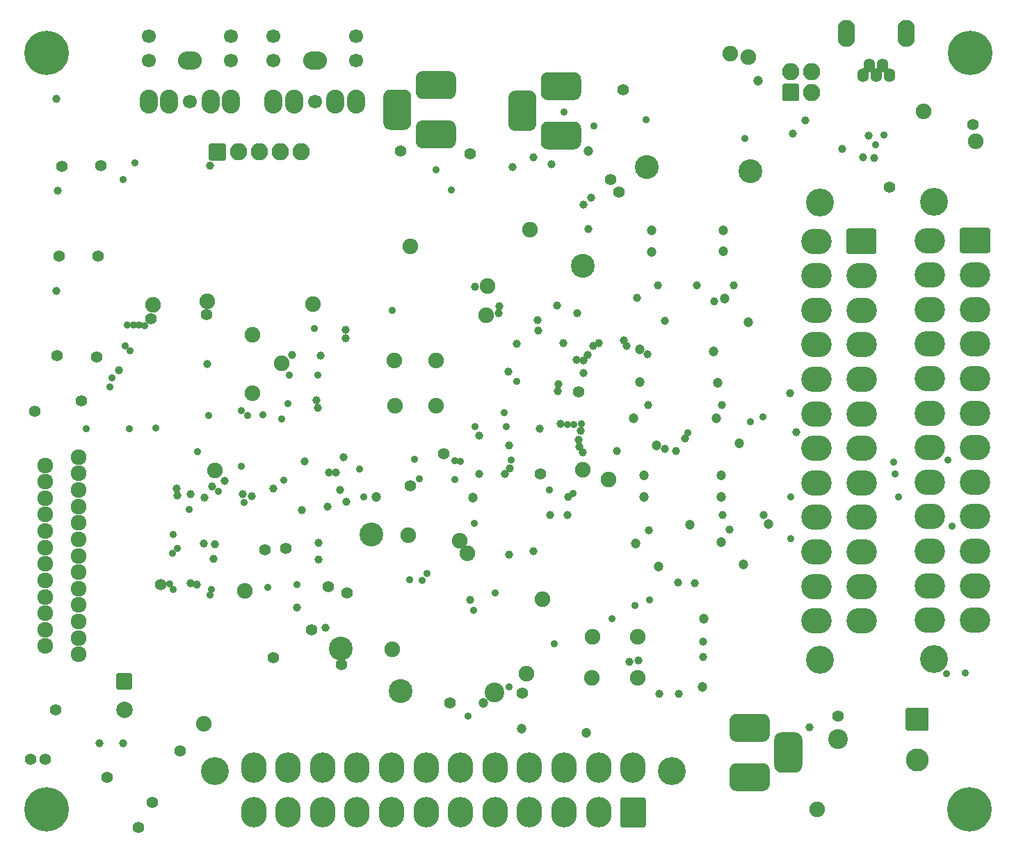
<source format=gbr>
G04 #@! TF.GenerationSoftware,KiCad,Pcbnew,5.1.7-a382d34a8~88~ubuntu20.04.1*
G04 #@! TF.CreationDate,2020-12-13T14:38:39-06:00*
G04 #@! TF.ProjectId,open-dash-daughterboard,6f70656e-2d64-4617-9368-2d6461756768,rev?*
G04 #@! TF.SameCoordinates,Original*
G04 #@! TF.FileFunction,Soldermask,Bot*
G04 #@! TF.FilePolarity,Negative*
%FSLAX46Y46*%
G04 Gerber Fmt 4.6, Leading zero omitted, Abs format (unit mm)*
G04 Created by KiCad (PCBNEW 5.1.7-a382d34a8~88~ubuntu20.04.1) date 2020-12-13 14:38:39*
%MOMM*%
%LPD*%
G01*
G04 APERTURE LIST*
%ADD10O,2.100000X2.100000*%
%ADD11C,2.800000*%
%ADD12C,2.000000*%
%ADD13O,3.700000X3.100000*%
%ADD14C,3.400000*%
%ADD15C,1.700000*%
%ADD16O,2.900000X2.200000*%
%ADD17O,2.200000X2.900000*%
%ADD18O,2.100000X3.300000*%
%ADD19O,1.400000X1.700000*%
%ADD20C,1.924000*%
%ADD21O,3.100000X3.700000*%
%ADD22C,5.400000*%
%ADD23C,1.000000*%
%ADD24C,1.400000*%
%ADD25C,2.400000*%
%ADD26C,1.900000*%
%ADD27C,1.200000*%
%ADD28C,2.900000*%
%ADD29C,0.900000*%
G04 APERTURE END LIST*
D10*
X185240000Y-51060000D03*
X185240000Y-53600000D03*
X182700000Y-51060000D03*
G36*
G01*
X183550000Y-54650000D02*
X181850000Y-54650000D01*
G75*
G02*
X181650000Y-54450000I0J200000D01*
G01*
X181650000Y-52750000D01*
G75*
G02*
X181850000Y-52550000I200000J0D01*
G01*
X183550000Y-52550000D01*
G75*
G02*
X183750000Y-52750000I0J-200000D01*
G01*
X183750000Y-54450000D01*
G75*
G02*
X183550000Y-54650000I-200000J0D01*
G01*
G37*
G36*
G01*
X196900000Y-128450000D02*
X199300000Y-128450000D01*
G75*
G02*
X199500000Y-128650000I0J-200000D01*
G01*
X199500000Y-131050000D01*
G75*
G02*
X199300000Y-131250000I-200000J0D01*
G01*
X196900000Y-131250000D01*
G75*
G02*
X196700000Y-131050000I0J200000D01*
G01*
X196700000Y-128650000D01*
G75*
G02*
X196900000Y-128450000I200000J0D01*
G01*
G37*
D11*
X198100000Y-134850000D03*
G36*
G01*
X100750000Y-124250000D02*
X102350000Y-124250000D01*
G75*
G02*
X102550000Y-124450000I0J-200000D01*
G01*
X102550000Y-126050000D01*
G75*
G02*
X102350000Y-126250000I-200000J0D01*
G01*
X100750000Y-126250000D01*
G75*
G02*
X100550000Y-126050000I0J200000D01*
G01*
X100550000Y-124450000D01*
G75*
G02*
X100750000Y-124250000I200000J0D01*
G01*
G37*
D12*
X101550000Y-128750000D03*
G36*
G01*
X203585438Y-70060600D02*
X206711362Y-70060600D01*
G75*
G02*
X206998400Y-70347638I0J-287038D01*
G01*
X206998400Y-72873562D01*
G75*
G02*
X206711362Y-73160600I-287038J0D01*
G01*
X203585438Y-73160600D01*
G75*
G02*
X203298400Y-72873562I0J287038D01*
G01*
X203298400Y-70347638D01*
G75*
G02*
X203585438Y-70060600I287038J0D01*
G01*
G37*
D13*
X205148400Y-75810600D03*
X205148400Y-80010600D03*
X205148400Y-84210600D03*
X205148400Y-88410600D03*
X205148400Y-92610600D03*
X205148400Y-96810600D03*
X205148400Y-101010600D03*
X205148400Y-105210600D03*
X205148400Y-109410600D03*
X205148400Y-113610600D03*
X205148400Y-117810600D03*
X199648400Y-71610600D03*
X199648400Y-75810600D03*
X199648400Y-80010600D03*
X199648400Y-84210600D03*
X199648400Y-88410600D03*
X199648400Y-92610600D03*
X199648400Y-96810600D03*
X199648400Y-101010600D03*
X199648400Y-105210600D03*
X199648400Y-109410600D03*
X199648400Y-113610600D03*
X199648400Y-117810600D03*
D14*
X200108400Y-66910600D03*
X200108400Y-122510600D03*
G36*
G01*
X183250000Y-136350000D02*
X181550000Y-136350000D01*
G75*
G02*
X180700000Y-135500000I0J850000D01*
G01*
X180700000Y-132300000D01*
G75*
G02*
X181550000Y-131450000I850000J0D01*
G01*
X183250000Y-131450000D01*
G75*
G02*
X184100000Y-132300000I0J-850000D01*
G01*
X184100000Y-135500000D01*
G75*
G02*
X183250000Y-136350000I-850000J0D01*
G01*
G37*
G36*
G01*
X179300000Y-138600000D02*
X176100000Y-138600000D01*
G75*
G02*
X175250000Y-137750000I0J850000D01*
G01*
X175250000Y-136050000D01*
G75*
G02*
X176100000Y-135200000I850000J0D01*
G01*
X179300000Y-135200000D01*
G75*
G02*
X180150000Y-136050000I0J-850000D01*
G01*
X180150000Y-137750000D01*
G75*
G02*
X179300000Y-138600000I-850000J0D01*
G01*
G37*
G36*
G01*
X179300000Y-132600000D02*
X176100000Y-132600000D01*
G75*
G02*
X175250000Y-131750000I0J850000D01*
G01*
X175250000Y-130050000D01*
G75*
G02*
X176100000Y-129200000I850000J0D01*
G01*
X179300000Y-129200000D01*
G75*
G02*
X180150000Y-130050000I0J-850000D01*
G01*
X180150000Y-131750000D01*
G75*
G02*
X179300000Y-132600000I-850000J0D01*
G01*
G37*
G36*
G01*
X137900000Y-57000000D02*
X141100000Y-57000000D01*
G75*
G02*
X141950000Y-57850000I0J-850000D01*
G01*
X141950000Y-59550000D01*
G75*
G02*
X141100000Y-60400000I-850000J0D01*
G01*
X137900000Y-60400000D01*
G75*
G02*
X137050000Y-59550000I0J850000D01*
G01*
X137050000Y-57850000D01*
G75*
G02*
X137900000Y-57000000I850000J0D01*
G01*
G37*
G36*
G01*
X137900000Y-51000000D02*
X141100000Y-51000000D01*
G75*
G02*
X141950000Y-51850000I0J-850000D01*
G01*
X141950000Y-53550000D01*
G75*
G02*
X141100000Y-54400000I-850000J0D01*
G01*
X137900000Y-54400000D01*
G75*
G02*
X137050000Y-53550000I0J850000D01*
G01*
X137050000Y-51850000D01*
G75*
G02*
X137900000Y-51000000I850000J0D01*
G01*
G37*
G36*
G01*
X133950000Y-53250000D02*
X135650000Y-53250000D01*
G75*
G02*
X136500000Y-54100000I0J-850000D01*
G01*
X136500000Y-57300000D01*
G75*
G02*
X135650000Y-58150000I-850000J0D01*
G01*
X133950000Y-58150000D01*
G75*
G02*
X133100000Y-57300000I0J850000D01*
G01*
X133100000Y-54100000D01*
G75*
G02*
X133950000Y-53250000I850000J0D01*
G01*
G37*
G36*
G01*
X149176000Y-53378000D02*
X150876000Y-53378000D01*
G75*
G02*
X151726000Y-54228000I0J-850000D01*
G01*
X151726000Y-57428000D01*
G75*
G02*
X150876000Y-58278000I-850000J0D01*
G01*
X149176000Y-58278000D01*
G75*
G02*
X148326000Y-57428000I0J850000D01*
G01*
X148326000Y-54228000D01*
G75*
G02*
X149176000Y-53378000I850000J0D01*
G01*
G37*
G36*
G01*
X153126000Y-51128000D02*
X156326000Y-51128000D01*
G75*
G02*
X157176000Y-51978000I0J-850000D01*
G01*
X157176000Y-53678000D01*
G75*
G02*
X156326000Y-54528000I-850000J0D01*
G01*
X153126000Y-54528000D01*
G75*
G02*
X152276000Y-53678000I0J850000D01*
G01*
X152276000Y-51978000D01*
G75*
G02*
X153126000Y-51128000I850000J0D01*
G01*
G37*
G36*
G01*
X153126000Y-57128000D02*
X156326000Y-57128000D01*
G75*
G02*
X157176000Y-57978000I0J-850000D01*
G01*
X157176000Y-59678000D01*
G75*
G02*
X156326000Y-60528000I-850000J0D01*
G01*
X153126000Y-60528000D01*
G75*
G02*
X152276000Y-59678000I0J850000D01*
G01*
X152276000Y-57978000D01*
G75*
G02*
X153126000Y-57128000I850000J0D01*
G01*
G37*
D15*
X114553800Y-46740100D03*
X104546200Y-46740100D03*
X104546200Y-49750000D03*
X114553800Y-49750000D03*
D16*
X109550000Y-49750000D03*
D15*
X109550000Y-54753800D03*
D17*
X114553800Y-54753800D03*
X104546200Y-54753800D03*
X107048100Y-54753800D03*
X112051900Y-54753800D03*
G36*
G01*
X113770000Y-61900000D02*
X112070000Y-61900000D01*
G75*
G02*
X111870000Y-61700000I0J200000D01*
G01*
X111870000Y-60000000D01*
G75*
G02*
X112070000Y-59800000I200000J0D01*
G01*
X113770000Y-59800000D01*
G75*
G02*
X113970000Y-60000000I0J-200000D01*
G01*
X113970000Y-61700000D01*
G75*
G02*
X113770000Y-61900000I-200000J0D01*
G01*
G37*
D10*
X115460000Y-60850000D03*
X118000000Y-60850000D03*
X120540000Y-60850000D03*
X123080000Y-60850000D03*
D17*
X127251900Y-54753800D03*
X122248100Y-54753800D03*
X119746200Y-54753800D03*
X129753800Y-54753800D03*
D15*
X124750000Y-54753800D03*
D16*
X124750000Y-49750000D03*
D15*
X129753800Y-49750000D03*
X119746200Y-49750000D03*
X119746200Y-46740100D03*
X129753800Y-46740100D03*
D18*
X196732400Y-46445400D03*
X189442600Y-46445400D03*
D19*
X193100200Y-51500000D03*
X192287400Y-50280800D03*
X193913000Y-50306200D03*
X194700400Y-51500000D03*
X191500000Y-51500000D03*
D20*
X91979500Y-114955600D03*
X91979500Y-112961700D03*
X91979500Y-104960700D03*
X91979500Y-118956100D03*
X91979500Y-108961200D03*
X91979500Y-116962200D03*
X91979500Y-106954600D03*
X91979500Y-110955100D03*
X91979500Y-98953600D03*
X91979500Y-120962700D03*
X91979500Y-100960200D03*
X91979500Y-102954100D03*
X95980000Y-103957400D03*
X95980000Y-101963500D03*
X95980000Y-97963000D03*
X95980000Y-99956900D03*
X95980000Y-105964000D03*
X95980000Y-111958400D03*
X95980000Y-109964500D03*
X95980000Y-107957900D03*
X95980000Y-113965000D03*
X95980000Y-115958900D03*
X95980000Y-117965500D03*
X95980000Y-119959400D03*
X95980000Y-121966000D03*
G36*
G01*
X165050000Y-139637038D02*
X165050000Y-142762962D01*
G75*
G02*
X164762962Y-143050000I-287038J0D01*
G01*
X162237038Y-143050000D01*
G75*
G02*
X161950000Y-142762962I0J287038D01*
G01*
X161950000Y-139637038D01*
G75*
G02*
X162237038Y-139350000I287038J0D01*
G01*
X164762962Y-139350000D01*
G75*
G02*
X165050000Y-139637038I0J-287038D01*
G01*
G37*
D21*
X159300000Y-141200000D03*
X155100000Y-141200000D03*
X150900000Y-141200000D03*
X146700000Y-141200000D03*
X142500000Y-141200000D03*
X138300000Y-141200000D03*
X134100000Y-141200000D03*
X129900000Y-141200000D03*
X125700000Y-141200000D03*
X121500000Y-141200000D03*
X117300000Y-141200000D03*
X163500000Y-135700000D03*
X159300000Y-135700000D03*
X155100000Y-135700000D03*
X150900000Y-135700000D03*
X146700000Y-135700000D03*
X142500000Y-135700000D03*
X138300000Y-135700000D03*
X134100000Y-135700000D03*
X129900000Y-135700000D03*
X125700000Y-135700000D03*
X121500000Y-135700000D03*
X117300000Y-135700000D03*
D14*
X168200000Y-136160000D03*
X112600000Y-136160000D03*
G36*
G01*
X189737038Y-70150000D02*
X192862962Y-70150000D01*
G75*
G02*
X193150000Y-70437038I0J-287038D01*
G01*
X193150000Y-72962962D01*
G75*
G02*
X192862962Y-73250000I-287038J0D01*
G01*
X189737038Y-73250000D01*
G75*
G02*
X189450000Y-72962962I0J287038D01*
G01*
X189450000Y-70437038D01*
G75*
G02*
X189737038Y-70150000I287038J0D01*
G01*
G37*
D13*
X191300000Y-75900000D03*
X191300000Y-80100000D03*
X191300000Y-84300000D03*
X191300000Y-88500000D03*
X191300000Y-92700000D03*
X191300000Y-96900000D03*
X191300000Y-101100000D03*
X191300000Y-105300000D03*
X191300000Y-109500000D03*
X191300000Y-113700000D03*
X191300000Y-117900000D03*
X185800000Y-71700000D03*
X185800000Y-75900000D03*
X185800000Y-80100000D03*
X185800000Y-84300000D03*
X185800000Y-88500000D03*
X185800000Y-92700000D03*
X185800000Y-96900000D03*
X185800000Y-101100000D03*
X185800000Y-105300000D03*
X185800000Y-109500000D03*
X185800000Y-113700000D03*
X185800000Y-117900000D03*
D14*
X186260000Y-67000000D03*
X186260000Y-122600000D03*
D22*
X92100500Y-140799500D03*
X204487900Y-140786800D03*
X204538700Y-48775300D03*
X92113200Y-48788000D03*
D23*
X165400000Y-106850000D03*
X165350000Y-91650000D03*
X174350000Y-91650000D03*
X175750000Y-77100000D03*
X166500000Y-77100000D03*
D24*
X150050000Y-126650000D03*
D25*
X146650000Y-126600000D03*
X188450000Y-132250000D03*
D23*
X184950000Y-130800000D03*
D24*
X161800000Y-65700000D03*
X91900000Y-134700000D03*
X141200010Y-127900000D03*
X160751062Y-64158608D03*
D23*
X126100000Y-118725000D03*
X175250000Y-106800010D03*
D26*
X177500000Y-49300000D03*
D24*
X128000000Y-123174990D03*
D26*
X185950000Y-140800000D03*
X158500000Y-124800000D03*
X158550000Y-119850000D03*
X164050000Y-119800000D03*
X164050000Y-124850000D03*
X120700000Y-86550000D03*
X117200000Y-83100000D03*
X117150000Y-90200000D03*
X111650000Y-79050000D03*
X134450000Y-86200000D03*
X139500000Y-86200000D03*
X139500000Y-91700000D03*
X134500000Y-91700000D03*
D27*
X165750000Y-70400000D03*
X165750000Y-73000000D03*
X174450000Y-70400000D03*
X174450000Y-72950000D03*
X173300000Y-85150000D03*
X174250000Y-102800000D03*
X174250000Y-100200000D03*
X164850000Y-100200000D03*
X164850000Y-102800000D03*
X172100000Y-117600000D03*
X171950000Y-125950000D03*
X145250000Y-127900000D03*
X149950000Y-131000000D03*
X166650000Y-111300000D03*
X176950000Y-111050000D03*
X132250000Y-102800000D03*
X144050000Y-102900000D03*
X176400000Y-96300000D03*
D24*
X194700000Y-65100000D03*
X204900000Y-57500000D03*
D28*
X177750000Y-63200000D03*
D26*
X175350000Y-48900000D03*
D24*
X162300000Y-53250000D03*
X188450000Y-129450000D03*
X124400000Y-119000000D03*
X128700000Y-114450000D03*
D26*
X142400000Y-108100000D03*
D24*
X93400000Y-85600000D03*
X98200000Y-85750000D03*
X98350000Y-73550000D03*
X93600000Y-73550000D03*
X94000000Y-62550000D03*
X98700000Y-62500000D03*
X90150000Y-134700000D03*
X93250000Y-128700000D03*
X108400000Y-133700000D03*
X105000000Y-139950000D03*
X103300000Y-143000000D03*
X90700000Y-92400000D03*
X135200000Y-60700000D03*
X143650000Y-61100000D03*
D23*
X192200000Y-58900000D03*
X192850000Y-61550000D03*
X157450000Y-67250000D03*
D27*
X174644094Y-78664411D03*
D23*
X167400000Y-81350000D03*
X164000000Y-78600000D03*
D27*
X163789226Y-108479544D03*
X174265623Y-108275020D03*
D26*
X134215999Y-121332999D03*
X150925600Y-70285400D03*
D27*
X178750000Y-52200000D03*
D26*
X112575010Y-99574218D03*
D23*
X144300000Y-77200000D03*
X151900000Y-81300000D03*
X152000000Y-82600000D03*
D29*
X149336104Y-88792498D03*
D24*
X119700000Y-122400000D03*
D23*
X98500000Y-132800000D03*
D24*
X99450000Y-136900000D03*
D23*
X101410154Y-132810154D03*
D24*
X126400000Y-113725000D03*
D23*
X143675000Y-115325000D03*
D27*
X177551654Y-81574990D03*
D23*
X128300000Y-98000000D03*
D24*
X106000000Y-113474990D03*
D27*
X163605014Y-93242271D03*
X166354545Y-96525054D03*
D26*
X136400000Y-72350000D03*
D23*
X148400032Y-109800000D03*
D27*
X173612212Y-93225010D03*
X164300000Y-84824935D03*
X164359701Y-88825010D03*
X173775460Y-88900780D03*
D28*
X157350000Y-74724990D03*
D26*
X105092573Y-79405426D03*
D24*
X96300000Y-91100000D03*
D26*
X124550000Y-79375010D03*
X150524990Y-124346361D03*
X111283918Y-130380778D03*
D28*
X127896147Y-121227745D03*
X135189123Y-126447912D03*
D26*
X143324990Y-109701760D03*
D28*
X165171793Y-62645874D03*
D24*
X118715000Y-109275000D03*
X121275000Y-109100000D03*
D26*
X205250000Y-59525000D03*
D23*
X93300000Y-77750000D03*
X148850000Y-62650000D03*
X158100000Y-70250000D03*
X155000000Y-84100000D03*
X149350000Y-84150000D03*
X147150000Y-80450000D03*
X148350000Y-87550000D03*
D24*
X156850000Y-90050000D03*
D23*
X156750000Y-80450000D03*
D24*
X111600000Y-80600000D03*
X136350000Y-101450000D03*
D23*
X93300000Y-54350000D03*
X93500000Y-65550000D03*
D26*
X116250000Y-114250000D03*
D23*
X158400000Y-66430000D03*
D26*
X136100000Y-107500000D03*
D23*
X122600000Y-116300000D03*
X154224980Y-79544520D03*
D26*
X152475010Y-115250000D03*
D23*
X151337847Y-109421745D03*
X148400000Y-96500000D03*
X152100000Y-94500000D03*
D24*
X140465399Y-97574990D03*
X104842573Y-81144952D03*
D28*
X131613701Y-107386299D03*
D24*
X152235273Y-99973624D03*
D26*
X157401144Y-99472271D03*
D27*
X158078012Y-60767113D03*
D26*
X160530195Y-100690090D03*
X145655214Y-80744276D03*
X145800000Y-77124990D03*
D29*
X102300000Y-85000000D03*
X102654983Y-81913436D03*
X103354876Y-81926333D03*
X99800000Y-89400000D03*
X101700000Y-84400000D03*
X101955036Y-81922949D03*
X104066002Y-81964232D03*
X100100000Y-88300000D03*
X193050000Y-60000000D03*
X194050000Y-58800000D03*
D27*
X157800000Y-131500000D03*
D26*
X198900000Y-55900000D03*
D29*
X156306594Y-94006594D03*
X177800000Y-93675010D03*
D23*
X154700000Y-93900000D03*
X182626456Y-90210354D03*
D29*
X155500000Y-94000000D03*
X179300000Y-93100000D03*
D23*
X154400000Y-89100000D03*
X154300000Y-89900000D03*
X157466158Y-87755907D03*
D29*
X195224990Y-98575010D03*
X195400000Y-100000000D03*
X157206594Y-93919782D03*
X170173731Y-95025021D03*
D27*
X170400000Y-106200000D03*
X180000000Y-106100000D03*
D23*
X125200000Y-110400000D03*
X125200000Y-108400000D03*
X127300000Y-99800000D03*
D29*
X119000000Y-113800000D03*
X122600000Y-113500000D03*
X177100000Y-59200000D03*
X102900000Y-62200000D03*
X101400000Y-64200000D03*
D23*
X127866452Y-101971432D03*
D29*
X107475201Y-114024799D03*
X112010489Y-114756018D03*
D23*
X153600000Y-62300000D03*
D29*
X201700000Y-124300000D03*
X203945185Y-124218405D03*
X202348380Y-106387733D03*
D23*
X147200000Y-79600000D03*
X171300000Y-77100000D03*
X173400000Y-79000000D03*
D29*
X142500000Y-98500000D03*
X144200000Y-106000000D03*
X144100000Y-116600000D03*
X143400000Y-129500000D03*
D23*
X166700000Y-126800000D03*
X169100000Y-126800000D03*
D29*
X195800000Y-102800000D03*
X182700000Y-102800000D03*
X182700000Y-107900000D03*
X165500000Y-115300000D03*
X163700000Y-116000000D03*
X153900000Y-120700000D03*
X201856594Y-98356594D03*
X160900000Y-117600000D03*
D23*
X119700000Y-101800000D03*
X144800000Y-100000000D03*
X147900000Y-100000000D03*
X183400000Y-94900000D03*
X128567987Y-103425010D03*
D29*
X153300000Y-102000000D03*
D23*
X108000000Y-102600000D03*
X112300000Y-101500000D03*
X116000000Y-102500000D03*
X123200000Y-104400000D03*
X107900000Y-101800000D03*
X117100000Y-102700000D03*
X126300000Y-104000000D03*
X113800000Y-100874990D03*
D29*
X120700000Y-93300000D03*
D23*
X148500000Y-99300000D03*
X179400000Y-105000000D03*
X155600010Y-102820860D03*
D29*
X116600000Y-92900000D03*
X118400000Y-92800000D03*
X121500000Y-91500000D03*
X148700000Y-98300000D03*
X156233713Y-102419690D03*
D23*
X125425032Y-85625803D03*
X122024979Y-85500000D03*
X128500000Y-83500000D03*
X189000000Y-60500000D03*
X128500000Y-82500000D03*
X191500000Y-61500000D03*
X157449959Y-86232148D03*
X156662406Y-86091508D03*
D29*
X108000000Y-109100011D03*
X107120780Y-113388969D03*
X158700000Y-57700000D03*
X155100000Y-56000000D03*
X112172492Y-114075010D03*
D23*
X112000000Y-62500000D03*
X184500000Y-57000000D03*
X182976279Y-58618711D03*
D29*
X115800000Y-99100000D03*
X121000000Y-100800000D03*
X130700000Y-102800000D03*
X136300000Y-112900000D03*
X146700000Y-114500000D03*
X115786945Y-92273890D03*
X165100000Y-56900000D03*
X139500000Y-63000000D03*
X124700000Y-82300000D03*
D23*
X151407877Y-61492123D03*
D29*
X134200000Y-80100000D03*
X141400000Y-65500000D03*
X107500000Y-107400000D03*
X110500000Y-97300000D03*
X125100000Y-88000000D03*
X121624968Y-88000000D03*
X111820050Y-92924990D03*
X107424990Y-109687008D03*
D23*
X111700000Y-86600000D03*
X100925010Y-87423327D03*
D29*
X96900000Y-94500000D03*
D23*
X162375443Y-83737806D03*
X159344729Y-84104231D03*
X158632657Y-84468885D03*
X162750285Y-84444567D03*
X165261943Y-85413583D03*
X157961984Y-85500439D03*
X157367787Y-97399080D03*
X161493432Y-97187913D03*
X168700000Y-97200000D03*
X156891949Y-95891949D03*
X157100000Y-94800000D03*
X169855011Y-95703943D03*
X167400000Y-97000000D03*
X156995304Y-96691073D03*
X169000000Y-113200000D03*
X171000000Y-113300000D03*
X125100000Y-92000000D03*
X110423050Y-113439928D03*
X164200000Y-122700000D03*
X172000000Y-120400000D03*
X172000000Y-122300000D03*
X163100000Y-122900000D03*
X125000000Y-91000000D03*
X109591889Y-113274990D03*
D29*
X141800000Y-100700000D03*
X138400000Y-112100000D03*
X141800000Y-98400000D03*
X136900000Y-98200000D03*
X137500000Y-100600000D03*
X137800000Y-113000000D03*
X148400000Y-125900000D03*
D23*
X112400000Y-110300000D03*
X112600000Y-108600000D03*
X111308051Y-102908051D03*
X109608029Y-102458051D03*
D29*
X105415000Y-94385000D03*
X102185600Y-94529804D03*
D23*
X123500000Y-98500000D03*
X126500000Y-99874968D03*
X144801841Y-95381533D03*
D29*
X148101886Y-94223573D03*
X147800000Y-92600000D03*
X130200000Y-99400000D03*
X113000000Y-102100000D03*
X109500000Y-104300000D03*
X116143406Y-103456594D03*
X144274001Y-94265938D03*
D23*
X111200000Y-108500000D03*
X174400000Y-105000000D03*
X155500000Y-105000000D03*
X153400000Y-105000000D03*
M02*

</source>
